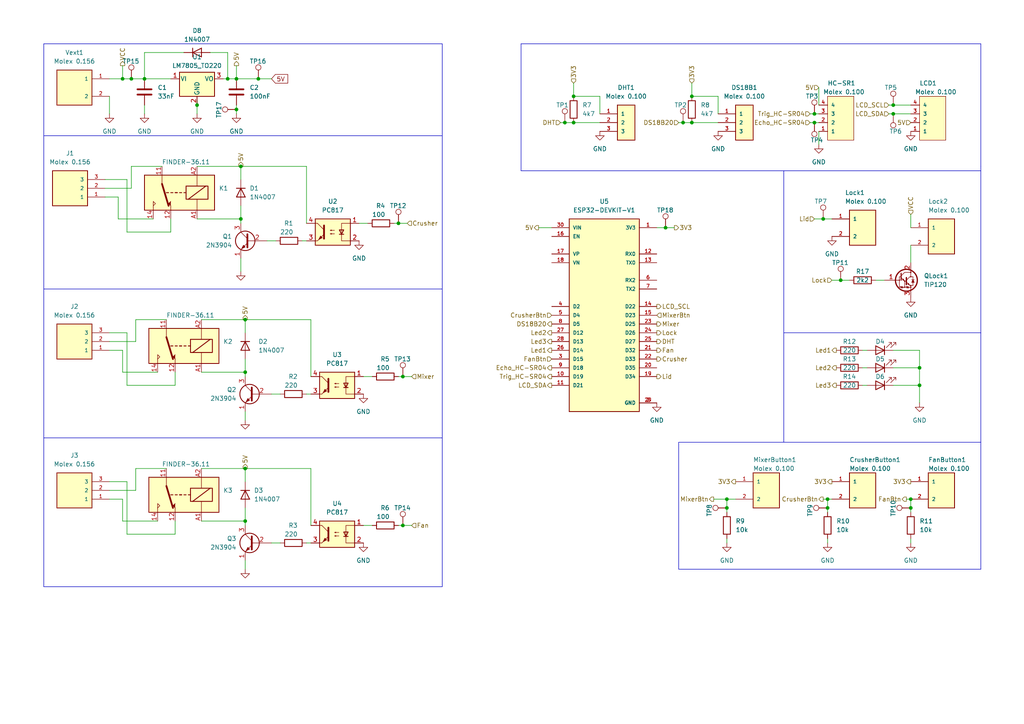
<source format=kicad_sch>
(kicad_sch (version 20230121) (generator eeschema)
  (paper "A4")
  (junction (at 115.57 64.77))
  (junction (at 198.12 35.56))
  (junction (at 68.58 22.86))
  (junction (at 71.12 135.89))
  (junction (at 259.08 33.02))
  (junction (at 240.03 147.32))
  (junction (at 166.37 27.94))
  (junction (at 243.84 81.28))
  (junction (at 236.22 35.56))
  (junction (at 266.7 106.68))
  (junction (at 193.04 66.04))
  (junction (at 68.58 31.75))
  (junction (at 264.16 147.32))
  (junction (at 259.08 30.48))
  (junction (at 240.03 144.78))
  (junction (at 71.12 107.95))
  (junction (at 66.04 22.86))
  (junction (at 69.85 63.5))
  (junction (at 38.1 22.86))
  (junction (at 166.37 35.56))
  (junction (at 236.22 33.02))
  (junction (at 71.12 151.13))
  (junction (at 116.84 109.22))
  (junction (at 264.16 144.78))
  (junction (at 41.91 22.86))
  (junction (at 200.66 35.56))
  (junction (at 57.15 30.48))
  (junction (at 266.7 111.76))
  (junction (at 71.12 92.71))
  (junction (at 210.82 144.78))
  (junction (at 200.66 27.94))
  (junction (at 35.56 22.86))
  (junction (at 74.93 22.86))
  (junction (at 116.84 152.4))
  (junction (at 163.83 35.56))
  (junction (at 238.76 63.5))
  (junction (at 210.82 147.32))
  (junction (at 69.85 48.26))
  (polyline (pts (xy 12.7 39.37) (xy 12.7 12.7)))
  (polyline (pts (xy 196.85 165.1) (xy 284.48 165.1)))
  (wire (pts (xy 41.91 15.24) (xy 41.91 22.86)))
  (wire (pts (xy 64.77 22.86) (xy 66.04 22.86)))
  (wire (pts (xy 166.37 24.13) (xy 166.37 27.94)))
  (wire (pts (xy 78.74 114.3) (xy 81.28 114.3)))
  (wire (pts (xy 31.75 22.86) (xy 35.56 22.86)))
  (wire (pts (xy 266.7 101.6) (xy 266.7 106.68)))
  (wire (pts (xy 115.57 64.77) (xy 118.11 64.77)))
  (polyline (pts (xy 128.27 170.18) (xy 128.27 127)))
  (wire (pts (xy 266.7 106.68) (xy 266.7 111.76)))
  (wire (pts (xy 30.48 57.15) (xy 34.29 57.15)))
  (wire (pts (xy 237.49 25.4) (xy 237.49 30.48)))
  (wire (pts (xy 236.22 63.5) (xy 238.76 63.5)))
  (wire (pts (xy 57.15 30.48) (xy 57.15 33.02)))
  (wire (pts (xy 30.48 52.07) (xy 36.83 52.07)))
  (wire (pts (xy 38.1 22.86) (xy 41.91 22.86)))
  (wire (pts (xy 241.3 81.28) (xy 243.84 81.28)))
  (wire (pts (xy 31.75 96.52) (xy 36.83 96.52)))
  (wire (pts (xy 250.19 111.76) (xy 251.46 111.76)))
  (wire (pts (xy 39.37 135.89) (xy 39.37 142.24)))
  (wire (pts (xy 34.29 57.15) (xy 34.29 63.5)))
  (wire (pts (xy 254 81.28) (xy 256.54 81.28)))
  (wire (pts (xy 36.83 111.76) (xy 50.8 111.76)))
  (wire (pts (xy 68.58 19.05) (xy 68.58 22.86)))
  (wire (pts (xy 66.04 15.24) (xy 66.04 22.86)))
  (wire (pts (xy 264.16 157.48) (xy 264.16 156.21)))
  (wire (pts (xy 210.82 144.78) (xy 210.82 147.32)))
  (wire (pts (xy 259.08 106.68) (xy 266.7 106.68)))
  (wire (pts (xy 39.37 142.24) (xy 31.75 142.24)))
  (wire (pts (xy 200.66 35.56) (xy 208.28 35.56)))
  (wire (pts (xy 41.91 22.86) (xy 49.53 22.86)))
  (wire (pts (xy 39.37 92.71) (xy 39.37 99.06)))
  (wire (pts (xy 207.01 144.78) (xy 210.82 144.78)))
  (wire (pts (xy 31.75 27.94) (xy 31.75 33.02)))
  (wire (pts (xy 46.99 48.26) (xy 38.1 48.26)))
  (wire (pts (xy 163.83 35.56) (xy 166.37 35.56)))
  (wire (pts (xy 234.95 35.56) (xy 236.22 35.56)))
  (wire (pts (xy 162.56 35.56) (xy 163.83 35.56)))
  (wire (pts (xy 257.81 30.48) (xy 259.08 30.48)))
  (wire (pts (xy 44.45 63.5) (xy 34.29 63.5)))
  (polyline (pts (xy 12.7 39.37) (xy 128.27 39.37)))
  (wire (pts (xy 156.21 66.04) (xy 160.02 66.04)))
  (wire (pts (xy 71.12 92.71) (xy 71.12 96.52)))
  (wire (pts (xy 68.58 31.75) (xy 68.58 33.02)))
  (polyline (pts (xy 12.7 170.18) (xy 128.27 170.18)))
  (wire (pts (xy 236.22 33.02) (xy 237.49 33.02)))
  (polyline (pts (xy 128.27 12.7) (xy 128.27 39.37)))
  (wire (pts (xy 237.49 41.91) (xy 237.49 38.1)))
  (polyline (pts (xy 151.13 12.7) (xy 284.48 12.7)))
  (wire (pts (xy 238.76 63.5) (xy 241.3 63.5)))
  (wire (pts (xy 208.28 27.94) (xy 200.66 27.94)))
  (wire (pts (xy 50.8 151.13) (xy 50.8 154.94)))
  (wire (pts (xy 50.8 154.94) (xy 36.83 154.94)))
  (wire (pts (xy 71.12 165.1) (xy 71.12 162.56)))
  (polyline (pts (xy 283.21 128.27) (xy 196.85 128.27)))
  (wire (pts (xy 88.9 48.26) (xy 88.9 64.77)))
  (wire (pts (xy 38.1 54.61) (xy 30.48 54.61)))
  (wire (pts (xy 31.75 139.7) (xy 36.83 139.7)))
  (wire (pts (xy 71.12 151.13) (xy 71.12 152.4)))
  (polyline (pts (xy 227.33 49.53) (xy 227.33 96.52)))
  (wire (pts (xy 58.42 135.89) (xy 71.12 135.89)))
  (wire (pts (xy 71.12 107.95) (xy 71.12 109.22)))
  (wire (pts (xy 49.53 67.31) (xy 36.83 67.31)))
  (wire (pts (xy 198.12 35.56) (xy 200.66 35.56)))
  (wire (pts (xy 35.56 101.6) (xy 31.75 101.6)))
  (wire (pts (xy 257.81 33.02) (xy 259.08 33.02)))
  (polyline (pts (xy 227.33 96.52) (xy 227.33 128.27)))
  (wire (pts (xy 71.12 135.89) (xy 90.17 135.89)))
  (polyline (pts (xy 128.27 127) (xy 128.27 83.82)))
  (wire (pts (xy 68.58 30.48) (xy 68.58 31.75)))
  (wire (pts (xy 264.16 62.23) (xy 264.16 66.04)))
  (wire (pts (xy 240.03 144.78) (xy 241.3 144.78)))
  (wire (pts (xy 57.15 29.21) (xy 57.15 30.48)))
  (wire (pts (xy 105.41 152.4) (xy 107.95 152.4)))
  (polyline (pts (xy 12.7 39.37) (xy 12.7 83.82)))
  (wire (pts (xy 53.34 15.24) (xy 41.91 15.24)))
  (wire (pts (xy 68.58 22.86) (xy 74.93 22.86)))
  (wire (pts (xy 58.42 151.13) (xy 71.12 151.13)))
  (wire (pts (xy 262.89 144.78) (xy 264.16 144.78)))
  (wire (pts (xy 48.26 135.89) (xy 39.37 135.89)))
  (wire (pts (xy 48.26 92.71) (xy 39.37 92.71)))
  (wire (pts (xy 166.37 35.56) (xy 173.99 35.56)))
  (polyline (pts (xy 12.7 127) (xy 128.27 127)))
  (wire (pts (xy 259.08 111.76) (xy 266.7 111.76)))
  (polyline (pts (xy 12.7 83.82) (xy 12.7 127)))
  (wire (pts (xy 259.08 33.02) (xy 264.16 33.02)))
  (wire (pts (xy 35.56 144.78) (xy 31.75 144.78)))
  (wire (pts (xy 35.56 151.13) (xy 35.56 144.78)))
  (wire (pts (xy 66.04 22.86) (xy 68.58 22.86)))
  (polyline (pts (xy 284.48 165.1) (xy 284.48 128.27)))
  (wire (pts (xy 173.99 33.02) (xy 173.99 27.94)))
  (polyline (pts (xy 284.48 49.53) (xy 151.13 49.53)))
  (wire (pts (xy 80.01 69.85) (xy 77.47 69.85)))
  (wire (pts (xy 193.04 66.04) (xy 190.5 66.04)))
  (wire (pts (xy 88.9 157.48) (xy 90.17 157.48)))
  (wire (pts (xy 88.9 114.3) (xy 90.17 114.3)))
  (wire (pts (xy 196.85 35.56) (xy 198.12 35.56)))
  (wire (pts (xy 116.84 152.4) (xy 119.38 152.4)))
  (wire (pts (xy 36.83 96.52) (xy 36.83 111.76)))
  (wire (pts (xy 264.16 71.12) (xy 264.16 76.2)))
  (wire (pts (xy 36.83 154.94) (xy 36.83 139.7)))
  (wire (pts (xy 36.83 52.07) (xy 36.83 67.31)))
  (wire (pts (xy 39.37 99.06) (xy 31.75 99.06)))
  (wire (pts (xy 173.99 27.94) (xy 166.37 27.94)))
  (wire (pts (xy 35.56 107.95) (xy 35.56 101.6)))
  (wire (pts (xy 58.42 107.95) (xy 71.12 107.95)))
  (wire (pts (xy 250.19 106.68) (xy 251.46 106.68)))
  (wire (pts (xy 71.12 104.14) (xy 71.12 107.95)))
  (wire (pts (xy 41.91 30.48) (xy 41.91 33.02)))
  (wire (pts (xy 264.16 144.78) (xy 264.16 147.32)))
  (wire (pts (xy 87.63 69.85) (xy 88.9 69.85)))
  (polyline (pts (xy 128.27 83.82) (xy 12.7 83.82)))
  (wire (pts (xy 45.72 107.95) (xy 35.56 107.95)))
  (polyline (pts (xy 12.7 12.7) (xy 128.27 12.7)))
  (wire (pts (xy 236.22 35.56) (xy 237.49 35.56)))
  (polyline (pts (xy 284.48 96.52) (xy 284.48 128.27)))
  (wire (pts (xy 60.96 15.24) (xy 66.04 15.24)))
  (wire (pts (xy 35.56 22.86) (xy 38.1 22.86)))
  (wire (pts (xy 78.74 157.48) (xy 81.28 157.48)))
  (wire (pts (xy 264.16 147.32) (xy 264.16 148.59)))
  (wire (pts (xy 195.58 66.04) (xy 193.04 66.04)))
  (wire (pts (xy 35.56 19.05) (xy 35.56 22.86)))
  (wire (pts (xy 45.72 151.13) (xy 35.56 151.13)))
  (polyline (pts (xy 151.13 12.7) (xy 151.13 49.53)))
  (wire (pts (xy 71.12 121.92) (xy 71.12 119.38)))
  (wire (pts (xy 259.08 101.6) (xy 266.7 101.6)))
  (wire (pts (xy 115.57 152.4) (xy 116.84 152.4)))
  (wire (pts (xy 210.82 144.78) (xy 213.36 144.78)))
  (wire (pts (xy 240.03 144.78) (xy 240.03 147.32)))
  (wire (pts (xy 243.84 81.28) (xy 246.38 81.28)))
  (polyline (pts (xy 196.85 128.27) (xy 196.85 165.1)))
  (wire (pts (xy 71.12 147.32) (xy 71.12 151.13)))
  (wire (pts (xy 57.15 63.5) (xy 69.85 63.5)))
  (polyline (pts (xy 12.7 127) (xy 12.7 170.18)))
  (polyline (pts (xy 283.21 128.27) (xy 284.48 128.27)))
  (wire (pts (xy 259.08 30.48) (xy 264.16 30.48)))
  (wire (pts (xy 74.93 22.86) (xy 78.74 22.86)))
  (wire (pts (xy 69.85 74.93) (xy 69.85 78.74)))
  (polyline (pts (xy 128.27 39.37) (xy 128.27 83.82)))
  (wire (pts (xy 234.95 33.02) (xy 236.22 33.02)))
  (wire (pts (xy 210.82 157.48) (xy 210.82 156.21)))
  (wire (pts (xy 71.12 92.71) (xy 90.17 92.71)))
  (wire (pts (xy 57.15 48.26) (xy 69.85 48.26)))
  (wire (pts (xy 69.85 59.69) (xy 69.85 63.5)))
  (wire (pts (xy 250.19 101.6) (xy 251.46 101.6)))
  (wire (pts (xy 208.28 33.02) (xy 208.28 27.94)))
  (polyline (pts (xy 284.48 12.7) (xy 284.48 48.26)))
  (wire (pts (xy 69.85 48.26) (xy 88.9 48.26)))
  (polyline (pts (xy 227.33 96.52) (xy 284.48 96.52)))
  (wire (pts (xy 50.8 107.95) (xy 50.8 111.76)))
  (wire (pts (xy 105.41 109.22) (xy 107.95 109.22)))
  (wire (pts (xy 69.85 48.26) (xy 69.85 52.07)))
  (wire (pts (xy 49.53 63.5) (xy 49.53 67.31)))
  (wire (pts (xy 116.84 109.22) (xy 119.38 109.22)))
  (wire (pts (xy 240.03 147.32) (xy 240.03 148.59)))
  (wire (pts (xy 90.17 135.89) (xy 90.17 152.4)))
  (wire (pts (xy 38.1 48.26) (xy 38.1 54.61)))
  (wire (pts (xy 69.85 63.5) (xy 69.85 64.77)))
  (wire (pts (xy 90.17 92.71) (xy 90.17 109.22)))
  (wire (pts (xy 115.57 109.22) (xy 116.84 109.22)))
  (wire (pts (xy 200.66 24.13) (xy 200.66 27.94)))
  (polyline (pts (xy 284.48 96.52) (xy 284.48 48.26)))
  (polyline (pts (xy 284.48 165.1) (xy 284.48 165.1)))
  (wire (pts (xy 71.12 135.89) (xy 71.12 139.7)))
  (wire (pts (xy 104.14 64.77) (xy 106.68 64.77)))
  (wire (pts (xy 240.03 157.48) (xy 240.03 156.21)))
  (wire (pts (xy 266.7 111.76) (xy 266.7 116.84)))
  (wire (pts (xy 58.42 92.71) (xy 71.12 92.71)))
  (wire (pts (xy 210.82 147.32) (xy 210.82 148.59)))
  (wire (pts (xy 238.76 144.78) (xy 240.03 144.78)))
  (wire (pts (xy 114.3 64.77) (xy 115.57 64.77)))
  (global_label "5V" (shape input) (at 78.74 22.86 0) (property "Intersheetrefs" "${INTERSHEET_REFS}" (effects hide)))
  (hierarchical_label "FanBtn" (shape output) (at 262.89 144.78 180))
  (hierarchical_label "DS18B20" (shape output) (at 160.02 93.98 180))
  (hierarchical_label "Led1" (shape output) (at 160.02 101.6 180))
  (hierarchical_label "DHT" (shape output) (at 190.5 99.06 0))
  (hierarchical_label "Led2" (shape output) (at 160.02 96.52 180))
  (hierarchical_label "MixerBtn" (shape output) (at 207.01 144.78 180))
  (hierarchical_label "Led2" (shape output) (at 242.57 106.68 180))
  (hierarchical_label "Led3" (shape output) (at 160.02 99.06 180))
  (hierarchical_label "Trig_HC-SR04" (shape output) (at 160.02 109.22 180))
  (hierarchical_label "5V" (shape input) (at 237.49 25.4 180))
  (hierarchical_label "3V3" (shape input) (at 200.66 24.13 90))
  (hierarchical_label "FanBtn" (shape input) (at 160.02 104.14 180))
  (hierarchical_label "Crusher" (shape input) (at 118.11 64.77 0))
  (hierarchical_label "Lid" (shape input) (at 236.22 63.5 180))
  (hierarchical_label "LCD_SCL" (shape input) (at 257.81 30.48 180))
  (hierarchical_label "Lock" (shape output) (at 190.5 96.52 0))
  (hierarchical_label "VCC" (shape input) (at 264.16 62.23 90))
  (hierarchical_label "MixerBtn" (shape input) (at 190.5 91.44 0))
  (hierarchical_label "3V3" (shape output) (at 213.36 139.7 180))
  (hierarchical_label "Led3" (shape output) (at 242.57 111.76 180))
  (hierarchical_label "3V3" (shape input) (at 166.37 24.13 90))
  (hierarchical_label "DHT" (shape input) (at 162.56 35.56 180))
  (hierarchical_label "Echo_HC-SR04" (shape output) (at 160.02 106.68 180))
  (hierarchical_label "5V" (shape input) (at 264.16 35.56 180))
  (hierarchical_label "LCD_SDA" (shape output) (at 160.02 111.76 180))
  (hierarchical_label "5V" (shape output) (at 69.85 48.26 90))
  (hierarchical_label "LCD_SCL" (shape output) (at 190.5 88.9 0))
  (hierarchical_label "3V3" (shape output) (at 195.58 66.04 0))
  (hierarchical_label "DS18B20" (shape input) (at 196.85 35.56 180))
  (hierarchical_label "5V" (shape output) (at 68.58 19.05 90))
  (hierarchical_label "Crusher" (shape output) (at 190.5 104.14 0))
  (hierarchical_label "3V3" (shape output) (at 264.16 139.7 180))
  (hierarchical_label "Trig_HC-SR04" (shape input) (at 234.95 33.02 180))
  (hierarchical_label "5V" (shape output) (at 71.12 135.89 90))
  (hierarchical_label "Led1" (shape output) (at 242.57 101.6 180))
  (hierarchical_label "CrusherBtn" (shape output) (at 238.76 144.78 180))
  (hierarchical_label "Lid" (shape output) (at 190.5 109.22 0))
  (hierarchical_label "VCC" (shape output) (at 35.56 19.05 90))
  (hierarchical_label "LCD_SDA" (shape input) (at 257.81 33.02 180))
  (hierarchical_label "CrusherBtn" (shape input) (at 160.02 91.44 180))
  (hierarchical_label "Fan" (shape output) (at 190.5 101.6 0))
  (hierarchical_label "Lock" (shape input) (at 241.3 81.28 180))
  (hierarchical_label "Mixer" (shape output) (at 190.5 93.98 0))
  (hierarchical_label "5V" (shape output) (at 71.12 92.71 90))
  (hierarchical_label "Fan" (shape input) (at 119.38 152.4 0))
  (hierarchical_label "Mixer" (shape input) (at 119.38 109.22 0))
  (hierarchical_label "3V3" (shape output) (at 241.3 139.7 180))
  (hierarchical_label "5V" (shape output) (at 156.21 66.04 180))
  (hierarchical_label "Echo_HC-SR04" (shape input) (at 234.95 35.56 180))
  (symbol (lib_id "Transistor_BJT:TIP120") (at 261.62 81.28 0) (unit 1)
    (property "Reference" "QLock1" (at 267.97 80.01 0) (effects (justify left)))
    (property "Value" "TIP120" (at 267.97 82.55 0) (effects (justify left)))
    (property "Footprint" "Package_TO_SOT_THT:TO-220-3_Vertical" (effects hide))
    (property "Datasheet" "https://www.onsemi.com/pub/Collateral/TIP120-D.PDF" (effects hide))
  )
  (symbol (lib_id "power:GND") (at 264.16 157.48 0) (unit 1)
    (property "Reference" "#PWR019" (effects hide))
    (property "Value" "GND" (at 264.16 162.56 0))
  )
  (symbol (lib_id "power:GND") (at 105.41 114.3 0) (unit 1)
    (property "Reference" "#PWR09" (effects hide))
    (property "Value" "GND" (at 105.41 119.38 0))
  )
  (symbol (lib_id "power:GND") (at 210.82 157.48 0) (unit 1)
    (property "Reference" "#PWR014" (effects hide))
    (property "Value" "GND" (at 210.82 162.56 0))
  )
  (symbol (lib_id "Transistor_BJT:2N3904") (at 73.66 114.3 0) (mirror y) (unit 1)
    (property "Reference" "Q2" (at 68.58 113.03 0) (effects (justify left)))
    (property "Value" "2N3904" (at 68.58 115.57 0) (effects (justify left)))
    (property "Footprint" "Package_TO_SOT_THT:TO-92_Inline" (effects hide))
    (property "Datasheet" "https://www.onsemi.com/pub/Collateral/2N3903-D.PDF" (effects hide))
  )
  (symbol (lib_id "Connector:TestPoint") (at 240.03 147.32 90) (unit 1)
    (property "Reference" "TP9" (at 234.95 149.86 0) (effects (justify left)))
    (property "Value" "TestPoint" (effects hide))
    (property "Footprint" "TestPoint:TestPoint_Pad_D2.0mm" (effects hide))
  )
  (symbol (lib_id "Connector:TestPoint") (at 238.76 63.5 0) (unit 1)
    (property "Reference" "TP7" (at 236.22 58.42 0) (effects (justify left)))
    (property "Value" "TestPoint" (effects hide))
    (property "Footprint" "TestPoint:TestPoint_Pad_D2.0mm" (effects hide))
  )
  (symbol (lib_id "Connector:TestPoint") (at 264.16 147.32 90) (unit 1)
    (property "Reference" "TP10" (at 259.08 149.86 0) (effects (justify left)))
    (property "Value" "TestPoint" (effects hide))
    (property "Footprint" "TestPoint:TestPoint_Pad_D2.0mm" (effects hide))
  )
  (symbol (lib_id "Device:R") (at 85.09 114.3 270) (unit 1)
    (property "Reference" "R2" (at 86.36 109.22 90) (effects (justify right)))
    (property "Value" "220" (at 86.36 111.76 90) (effects (justify right)))
    (property "Footprint" "Resistor_THT:R_Axial_DIN0309_L9.0mm_D3.2mm_P12.70mm_Horizontal" (effects hide))
  )
  (symbol (lib_id "Connector:TestPoint") (at 163.83 35.56 0) (unit 1)
    (property "Reference" "TP1" (at 161.29 30.48 0) (effects (justify left)))
    (property "Value" "TestPoint" (effects hide))
    (property "Footprint" "TestPoint:TestPoint_Pad_D2.0mm" (effects hide))
  )
  (symbol (lib_id "power:GND") (at 173.99 38.1 0) (unit 1)
    (property "Reference" "#PWR011" (effects hide))
    (property "Value" "GND" (at 173.99 43.18 0))
  )
  (symbol (lib_id "Connector:TestPoint") (at 115.57 64.77 0) (unit 1)
    (property "Reference" "TP12" (at 113.03 59.69 0) (effects (justify left)))
    (property "Value" "TestPoint" (effects hide))
    (property "Footprint" "TestPoint:TestPoint_Pad_D2.0mm" (effects hide))
  )
  (symbol (lib_id "Conectores_Molex:Molex_100_3pines") (at 215.9 35.56 0) (mirror y) (unit 1)
    (property "Reference" "DS18B1" (at 215.9 25.4 0))
    (property "Value" "Molex 0.100" (at 215.9 27.94 0))
    (property "Footprint" "Conectores_Molex:Molex_100_3pines" (effects hide))
    (property "DigiKey_Part_Number" "WM4112-ND" (effects hide))
    (property "MF" "Molex" (effects hide))
    (property "Purchase-URL" "https://www.snapeda.com/api/url_track_click_mouser/?unipart_id=613100&manufacturer=Molex&part_name=0022272031&search_term=connector header through hole 3 position 0.100\"" (effects hide))
    (property "Package" "None" (effects hide))
    (property "Check_prices" "https://www.snapeda.com/parts/0022272031/Molex/view-part/?ref=eda" (effects hide))
    (property "STANDARD" "MANUFACTURER RECOMMENDATION" (effects hide))
    (property "PARTREV" "BC1" (effects hide))
    (property "SnapEDA_Link" "https://www.snapeda.com/parts/0022272031/Molex/view-part/?ref=snap" (effects hide))
    (property "MP" "0022272031" (effects hide))
    (property "Description" "\nConnector Header Through Hole 3 position 0.100 (2.54mm)\n" (effects hide))
    (property "MANUFACTURER" "MOLEX, LLC" (effects hide))
  )
  (symbol (lib_id "Device:R") (at 85.09 157.48 270) (unit 1)
    (property "Reference" "R3" (at 86.36 152.4 90) (effects (justify right)))
    (property "Value" "220" (at 86.36 154.94 90) (effects (justify right)))
    (property "Footprint" "Resistor_THT:R_Axial_DIN0309_L9.0mm_D3.2mm_P12.70mm_Horizontal" (effects hide))
  )
  (symbol (lib_id "Connector:TestPoint") (at 236.22 33.02 0) (unit 1)
    (property "Reference" "TP3" (at 233.68 27.94 0) (effects (justify left)))
    (property "Value" "TestPoint" (effects hide))
    (property "Footprint" "TestPoint:TestPoint_Pad_D2.0mm" (effects hide))
  )
  (symbol (lib_id "Device:R") (at 200.66 31.75 0) (unit 1)
    (property "Reference" "R8" (at 203.2 30.48 0) (effects (justify left)))
    (property "Value" "4k7" (at 203.2 33.02 0) (effects (justify left)))
    (property "Footprint" "Resistor_THT:R_Axial_DIN0309_L9.0mm_D3.2mm_P12.70mm_Horizontal" (effects hide))
  )
  (symbol (lib_id "Device:R") (at 246.38 106.68 270) (unit 1)
    (property "Reference" "R13" (at 246.38 104.14 90))
    (property "Value" "220" (at 246.38 106.68 90))
    (property "Footprint" "Resistor_THT:R_Axial_DIN0309_L9.0mm_D3.2mm_P12.70mm_Horizontal" (effects hide))
  )
  (symbol (lib_id "Connector:TestPoint") (at 236.22 35.56 180) (unit 1)
    (property "Reference" "TP4" (at 238.76 40.64 0) (effects (justify left)))
    (property "Value" "TestPoint" (effects hide))
    (property "Footprint" "TestPoint:TestPoint_Pad_D2.0mm" (effects hide))
  )
  (symbol (lib_id "Diode:1N4007") (at 71.12 100.33 270) (unit 1)
    (property "Reference" "D2" (at 74.93 99.06 90) (effects (justify left)))
    (property "Value" "1N4007" (at 74.93 101.6 90) (effects (justify left)))
    (property "Footprint" "Diode_THT:D_DO-41_SOD81_P10.16mm_Horizontal" (effects hide))
    (property "Datasheet" "http://www.vishay.com/docs/88503/1n4001.pdf" (effects hide))
    (property "Sim.Device" "D" (effects hide))
    (property "Sim.Pins" "1=K 2=A" (effects hide))
  )
  (symbol (lib_id "Connector:TestPoint") (at 38.1 22.86 0) (unit 1)
    (property "Reference" "TP15" (at 35.56 17.78 0) (effects (justify left)))
    (property "Value" "TestPoint" (effects hide))
    (property "Footprint" "TestPoint:TestPoint_Pad_D2.0mm" (effects hide))
  )
  (symbol (lib_id "Connector:TestPoint") (at 259.08 33.02 180) (unit 1)
    (property "Reference" "TP6" (at 261.62 38.1 0) (effects (justify left)))
    (property "Value" "TestPoint" (effects hide))
    (property "Footprint" "TestPoint:TestPoint_Pad_D2.0mm" (effects hide))
  )
  (symbol (lib_id "power:GND") (at 190.5 116.84 0) (unit 1)
    (property "Reference" "#PWR012" (effects hide))
    (property "Value" "GND" (at 190.5 121.92 0))
  )
  (symbol (lib_id "Connector:TestPoint") (at 193.04 66.04 0) (unit 1)
    (property "Reference" "TP18" (at 190.5 60.96 0) (effects (justify left)))
    (property "Value" "TestPoint" (effects hide))
    (property "Footprint" "TestPoint:TestPoint_Pad_D2.0mm" (effects hide))
  )
  (symbol (lib_id "Connector:TestPoint") (at 116.84 152.4 0) (unit 1)
    (property "Reference" "TP14" (at 114.3 147.32 0) (effects (justify left)))
    (property "Value" "TestPoint" (effects hide))
    (property "Footprint" "TestPoint:TestPoint_Pad_D2.0mm" (effects hide))
  )
  (symbol (lib_id "Conectores_Molex:Molex_100_4pines") (at 242.57 35.56 0) (mirror x) (unit 1)
    (property "Reference" "HC-SR1" (at 240.03 24.13 0) (effects (justify left)))
    (property "Value" "Molex 0.100" (at 238.76 26.67 0) (effects (justify left)))
    (property "Footprint" "Conectores_Molex:Molex_100_4pines" (effects hide))
    (property "MF" "Molex" (effects hide))
    (property "Description" "\n4 Position Header Spacer Connector 0.100 (2.54mm) Gold, GXT™ Through Hole\n" (effects hide))
    (property "Package" "None" (effects hide))
    (property "Price" "None" (effects hide))
    (property "Check_prices" "https://www.snapeda.com/parts/22-11-2042/Molex/view-part/?ref=eda" (effects hide))
    (property "STANDARD" "Manufacturer Recommendation" (effects hide))
    (property "PARTREV" "BD7" (effects hide))
    (property "SnapEDA_Link" "https://www.snapeda.com/parts/22-11-2042/Molex/view-part/?ref=snap" (effects hide))
    (property "MP" "22-11-2042" (effects hide))
    (property "Availability" "In Stock" (effects hide))
    (property "MANUFACTURER" "MOLEX" (effects hide))
  )
  (symbol (lib_id "Relay:FINDER-36.11") (at 52.07 55.88 180) (unit 1)
    (property "Reference" "K1" (at 63.5 54.61 0) (effects (justify right)))
    (property "Value" "FINDER-36.11" (at 46.99 46.99 0) (effects (justify right)))
    (property "Footprint" "Relay_THT:Relay_SPDT_Finder_36.11" (effects hide))
    (property "Datasheet" "https://gfinder.findernet.com/public/attachments/36/EN/S36EN.pdf" (effects hide))
  )
  (symbol (lib_id "Device:R") (at 83.82 69.85 270) (unit 1)
    (property "Reference" "R1" (at 85.09 64.77 90) (effects (justify right)))
    (property "Value" "220" (at 85.09 67.31 90) (effects (justify right)))
    (property "Footprint" "Resistor_THT:R_Axial_DIN0309_L9.0mm_D3.2mm_P12.70mm_Horizontal" (effects hide))
  )
  (symbol (lib_id "Device:R") (at 111.76 152.4 270) (unit 1)
    (property "Reference" "R6" (at 113.03 147.32 90) (effects (justify right)))
    (property "Value" "100" (at 113.03 149.86 90) (effects (justify right)))
    (property "Footprint" "Resistor_THT:R_Axial_DIN0309_L9.0mm_D3.2mm_P12.70mm_Horizontal" (effects hide))
  )
  (symbol (lib_id "Connector:TestPoint") (at 243.84 81.28 0) (unit 1)
    (property "Reference" "TP11" (at 241.3 76.2 0) (effects (justify left)))
    (property "Value" "TestPoint" (effects hide))
    (property "Footprint" "TestPoint:TestPoint_Pad_D2.0mm" (effects hide))
  )
  (symbol (lib_id "Isolator:PC817") (at 97.79 154.94 0) (mirror y) (unit 1)
    (property "Reference" "U4" (at 97.79 146.05 0))
    (property "Value" "PC817" (at 97.79 148.59 0))
    (property "Footprint" "Package_DIP:DIP-4_W7.62mm" (effects hide))
    (property "Datasheet" "http://www.soselectronic.cz/a_info/resource/d/pc817.pdf" (effects hide))
  )
  (symbol (lib_id "Conectores_Molex:Molex_100_2pines") (at 218.44 142.24 0) (unit 1)
    (property "Reference" "MixerButton1" (at 218.44 133.35 0) (effects (justify left)))
    (property "Value" "Molex 0.100" (at 218.44 135.89 0) (effects (justify left)))
    (property "Footprint" "Conectores_Molex:Molex_100_2pines" (effects hide))
    (property "MF" "Molex" (effects hide))
    (property "Description" "\nConnector Header Through Hole 2 position 0.100 (2.54mm)\n" (effects hide))
    (property "Package" "None" (effects hide))
    (property "Price" "None" (effects hide))
    (property "Check_prices" "https://www.snapeda.com/parts/0022272021/Molex/view-part/?ref=eda" (effects hide))
    (property "SnapEDA_Link" "https://www.snapeda.com/parts/0022272021/Molex/view-part/?ref=snap" (effects hide))
    (property "MP" "0022272021" (effects hide))
    (property "Purchase-URL" "https://www.snapeda.com/api/url_track_click_mouser/?unipart_id=424357&manufacturer=Molex&part_name=0022272021&search_term=molex connector header through hole 2 position 0.100\"" (effects hide))
    (property "Availability" "In Stock" (effects hide))
    (property "MANUFACTURER" "Molex" (effects hide))
  )
  (symbol (lib_id "Device:R") (at 264.16 152.4 180) (unit 1)
    (property "Reference" "R11" (at 266.7 151.13 0) (effects (justify right)))
    (property "Value" "10k" (at 266.7 153.67 0) (effects (justify right)))
    (property "Footprint" "Resistor_THT:R_Axial_DIN0309_L9.0mm_D3.2mm_P12.70mm_Horizontal" (effects hide))
  )
  (symbol (lib_id "Regulator_Linear:LM7805_TO220") (at 57.15 22.86 0) (unit 1)
    (property "Reference" "U1" (at 57.15 16.51 0))
    (property "Value" "LM7805_TO220" (at 57.15 19.05 0))
    (property "Footprint" "Package_TO_SOT_THT:TO-220-3_Vertical" (effects hide))
    (property "Datasheet" "https://www.onsemi.cn/PowerSolutions/document/MC7800-D.PDF" (effects hide))
  )
  (symbol (lib_id "power:GND") (at 69.85 78.74 0) (unit 1)
    (property "Reference" "#PWR05" (effects hide))
    (property "Value" "GND" (effects hide))
  )
  (symbol (lib_id "Device:C") (at 68.58 26.67 0) (unit 1)
    (property "Reference" "C2" (at 72.39 25.4 0) (effects (justify left)))
    (property "Value" "100nF" (at 72.39 27.94 0) (effects (justify left)))
    (property "Footprint" "Capacitor_THT:C_Radial_D8.0mm_H7.0mm_P3.50mm" (effects hide))
  )
  (symbol (lib_id "Device:R") (at 250.19 81.28 270) (unit 1)
    (property "Reference" "R17" (at 250.19 78.74 90))
    (property "Value" "2k2" (at 250.19 81.28 90))
    (property "Footprint" "Resistor_THT:R_Axial_DIN0309_L9.0mm_D3.2mm_P12.70mm_Horizontal" (effects hide))
  )
  (symbol (lib_id "Transistor_BJT:2N3904") (at 73.66 157.48 0) (mirror y) (unit 1)
    (property "Reference" "Q3" (at 68.58 156.21 0) (effects (justify left)))
    (property "Value" "2N3904" (at 68.58 158.75 0) (effects (justify left)))
    (property "Footprint" "Package_TO_SOT_THT:TO-92_Inline" (effects hide))
    (property "Datasheet" "https://www.onsemi.com/pub/Collateral/2N3903-D.PDF" (effects hide))
  )
  (symbol (lib_id "Conectores_Molex:Molex_156_3pines") (at 20.32 54.61 180) (unit 1)
    (property "Reference" "J1" (at 20.32 44.45 0))
    (property "Value" "Molex 0.156" (at 20.32 46.99 0))
    (property "Footprint" "Conectores_Molex:Molex_156_3pines" (effects hide))
    (property "Check_prices" "https://www.snapeda.com/parts/641208-3/TE+Connectivity/view-part/?ref=eda" (effects hide))
    (property "Package" "None" (effects hide))
    (property "STANDARD" "Manufacturer Recommendations" (effects hide))
    (property "PARTREV" "R" (effects hide))
    (property "SnapEDA_Link" "https://www.snapeda.com/parts/641208-3/TE+Connectivity/view-part/?ref=snap" (effects hide))
    (property "Purchase-URL" "https://www.snapeda.com/api/url_track_click_mouser/?unipart_id=1332412&manufacturer=TE Connectivity&part_name=641208-3&search_term=connector header through hole 3 position 0.156\"" (effects hide))
    (property "Number_of_Positions" "3" (effects hide))
    (property "MANUFACTURER" "TE" (effects hide))
    (property "Comment" "641208-3" (effects hide))
    (property "MF" "TE Connectivity" (effects hide))
    (property "Product_Type" "Header" (effects hide))
    (property "Description" "\nConnector Header Through Hole 3 position 0.156 (3.96mm)\n" (effects hide))
    (property "Price" "None" (effects hide))
    (property "MP" "641208-3" (effects hide))
    (property "EU_RoHS_Compliance" "Not Compliant" (effects hide))
    (property "Availability" "In Stock" (effects hide))
    (property "Centerline_Pitch" "3.96 mm[.156 in]" (effects hide))
  )
  (symbol (lib_id "Isolator:PC817") (at 97.79 111.76 0) (mirror y) (unit 1)
    (property "Reference" "U3" (at 97.79 102.87 0))
    (property "Value" "PC817" (at 97.79 105.41 0))
    (property "Footprint" "Package_DIP:DIP-4_W7.62mm" (effects hide))
    (property "Datasheet" "http://www.soselectronic.cz/a_info/resource/d/pc817.pdf" (effects hide))
  )
  (symbol (lib_id "Device:C") (at 41.91 26.67 0) (unit 1)
    (property "Reference" "C1" (at 45.72 25.4 0) (effects (justify left)))
    (property "Value" "33nF" (at 45.72 27.94 0) (effects (justify left)))
    (property "Footprint" "Capacitor_THT:C_Radial_D8.0mm_H7.0mm_P3.50mm" (effects hide))
  )
  (symbol (lib_id "Diode:1N4007") (at 69.85 55.88 270) (unit 1)
    (property "Reference" "D1" (at 72.39 54.61 90) (effects (justify left)))
    (property "Value" "1N4007" (at 72.39 57.15 90) (effects (justify left)))
    (property "Footprint" "Diode_THT:D_DO-41_SOD81_P10.16mm_Horizontal" (effects hide))
    (property "Datasheet" "http://www.vishay.com/docs/88503/1n4001.pdf" (effects hide))
    (property "Sim.Device" "D" (effects hide))
    (property "Sim.Pins" "1=K 2=A" (effects hide))
  )
  (symbol (lib_id "power:GND") (at 104.14 69.85 0) (unit 1)
    (property "Reference" "#PWR08" (effects hide))
    (property "Value" "GND" (at 104.14 74.93 0))
  )
  (symbol (lib_id "power:GND") (at 266.7 116.84 0) (unit 1)
    (property "Reference" "#PWR021" (effects hide))
    (property "Value" "GND" (at 266.7 121.92 0))
  )
  (symbol (lib_id "Device:R") (at 166.37 31.75 0) (unit 1)
    (property "Reference" "R7" (at 168.91 30.48 0) (effects (justify left)))
    (property "Value" "4k7" (at 168.91 33.02 0) (effects (justify left)))
    (property "Footprint" "Resistor_THT:R_Axial_DIN0309_L9.0mm_D3.2mm_P12.70mm_Horizontal" (effects hide))
  )
  (symbol (lib_id "Conectores_Molex:Molex_156_2pines") (at 21.59 25.4 0) (unit 1)
    (property "Reference" "Vext1" (at 21.59 15.24 0))
    (property "Value" "Molex 0.156" (at 21.59 17.78 0))
    (property "Footprint" "Conectores_Molex:Molex_156_2pines" (effects hide))
    (property "MF" "Molex" (effects hide))
    (property "Description" "\nConnector Header Through Hole 2 position 0.156 (3.96mm)\n" (effects hide))
    (property "Package" "None" (effects hide))
    (property "Price" "None" (effects hide))
    (property "Check_prices" "https://www.snapeda.com/parts/0026604020/Molex/view-part/?ref=eda" (effects hide))
    (property "STANDARD" "Manufacturer Recommendation" (effects hide))
    (property "PARTREV" "R" (effects hide))
    (property "SnapEDA_Link" "https://www.snapeda.com/parts/0026604020/Molex/view-part/?ref=snap" (effects hide))
    (property "MP" "0026604020" (effects hide))
    (property "Purchase-URL" "https://www.snapeda.com/api/url_track_click_mouser/?unipart_id=702716&manufacturer=Molex&part_name=0026604020&search_term=connector header through hole 2 position 0.156\"" (effects hide))
    (property "Availability" "In Stock" (effects hide))
    (property "MANUFACTURER" "MOLEX" (effects hide))
  )
  (symbol (lib_id "Device:LED") (at 255.27 101.6 180) (unit 1)
    (property "Reference" "D4" (at 255.27 99.06 0))
    (property "Value" "LED" (effects hide))
    (property "Footprint" "LED_THT:LED_D5.0mm" (effects hide))
  )
  (symbol (lib_id "power:GND") (at 41.91 33.02 0) (unit 1)
    (property "Reference" "#PWR02" (effects hide))
    (property "Value" "GND" (at 41.91 38.1 0))
  )
  (symbol (lib_id "Device:LED") (at 255.27 111.76 180) (unit 1)
    (property "Reference" "D6" (at 255.27 109.22 0))
    (property "Value" "LED" (effects hide))
    (property "Footprint" "LED_THT:LED_D5.0mm" (effects hide))
  )
  (symbol (lib_id "Connector:TestPoint") (at 259.08 30.48 0) (unit 1)
    (property "Reference" "TP5" (at 256.54 25.4 0) (effects (justify left)))
    (property "Value" "TestPoint" (effects hide))
    (property "Footprint" "TestPoint:TestPoint_Pad_D2.0mm" (effects hide))
  )
  (symbol (lib_id "power:GND") (at 264.16 86.36 0) (unit 1)
    (property "Reference" "#PWR020" (effects hide))
    (property "Value" "GND" (at 264.16 91.44 0))
  )
  (symbol (lib_id "Conectores_Molex:Molex_100_2pines") (at 269.24 68.58 0) (unit 1)
    (property "Reference" "Lock2" (at 269.24 58.42 0) (effects (justify left)))
    (property "Value" "Molex 0.100" (at 269.24 60.96 0) (effects (justify left)))
    (property "Footprint" "Conectores_Molex:Molex_100_2pines" (effects hide))
    (property "MF" "Molex" (effects hide))
    (property "Description" "\nConnector Header Through Hole 2 position 0.100 (2.54mm)\n" (effects hide))
    (property "Package" "None" (effects hide))
    (property "Price" "None" (effects hide))
    (property "Check_prices" "https://www.snapeda.com/parts/0022272021/Molex/view-part/?ref=eda" (effects hide))
    (property "SnapEDA_Link" "https://www.snapeda.com/parts/0022272021/Molex/view-part/?ref=snap" (effects hide))
    (property "MP" "0022272021" (effects hide))
    (property "Purchase-URL" "https://www.snapeda.com/api/url_track_click_mouser/?unipart_id=424357&manufacturer=Molex&part_name=0022272021&search_term=molex connector header through hole 2 position 0.100\"" (effects hide))
    (property "Availability" "In Stock" (effects hide))
    (property "MANUFACTURER" "Molex" (effects hide))
  )
  (symbol (lib_id "Relay:FINDER-36.11") (at 53.34 143.51 180) (unit 1)
    (property "Reference" "K3" (at 64.77 142.24 0) (effects (justify right)))
    (property "Value" "FINDER-36.11" (at 46.99 134.62 0) (effects (justify right)))
    (property "Footprint" "Relay_THT:Relay_SPDT_Finder_36.11" (effects hide))
    (property "Datasheet" "https://gfinder.findernet.com/public/attachments/36/EN/S36EN.pdf" (effects hide))
  )
  (symbol (lib_id "Diode:1N4007") (at 57.15 15.24 0) (unit 1)
    (property "Reference" "D8" (at 57.15 8.89 0))
    (property "Value" "1N4007" (at 57.15 11.43 0))
    (property "Footprint" "Diode_THT:D_DO-41_SOD81_P10.16mm_Horizontal" (effects hide))
    (property "Datasheet" "http://www.vishay.com/docs/88503/1n4001.pdf" (effects hide))
    (property "Sim.Device" "D" (effects hide))
    (property "Sim.Pins" "1=K 2=A" (effects hide))
  )
  (symbol (lib_id "Diode:1N4007") (at 71.12 143.51 270) (unit 1)
    (property "Reference" "D3" (at 73.66 142.24 90) (effects (justify left)))
    (property "Value" "1N4007" (at 73.66 144.78 90) (effects (justify left)))
    (property "Footprint" "Diode_THT:D_DO-41_SOD81_P10.16mm_Horizontal" (effects hide))
    (property "Datasheet" "http://www.vishay.com/docs/88503/1n4001.pdf" (effects hide))
    (property "Sim.Device" "D" (effects hide))
    (property "Sim.Pins" "1=K 2=A" (effects hide))
  )
  (symbol (lib_id "power:GND") (at 240.03 157.48 0) (unit 1)
    (property "Reference" "#PWR016" (effects hide))
    (property "Value" "GND" (at 240.03 162.56 0))
  )
  (symbol (lib_id "Conectores_Molex:Molex_100_3pines") (at 181.61 35.56 0) (mirror y) (unit 1)
    (property "Reference" "DHT1" (at 181.61 25.4 0))
    (property "Value" "Molex 0.100" (at 181.61 27.94 0))
    (property "Footprint" "Conectores_Molex:Molex_100_3pines" (effects hide))
    (property "DigiKey_Part_Number" "WM4112-ND" (effects hide))
    (property "MF" "Molex" (effects hide))
    (property "Purchase-URL" "https://www.snapeda.com/api/url_track_click_mouser/?unipart_id=613100&manufacturer=Molex&part_name=0022272031&search_term=connector header through hole 3 position 0.100\"" (effects hide))
    (property "Package" "None" (effects hide))
    (property "Check_prices" "https://www.snapeda.com/parts/0022272031/Molex/view-part/?ref=eda" (effects hide))
    (property "STANDARD" "MANUFACTURER RECOMMENDATION" (effects hide))
    (property "PARTREV" "BC1" (effects hide))
    (property "SnapEDA_Link" "https://www.snapeda.com/parts/0022272031/Molex/view-part/?ref=snap" (effects hide))
    (property "MP" "0022272031" (effects hide))
    (property "Description" "\nConnector Header Through Hole 3 position 0.100 (2.54mm)\n" (effects hide))
    (property "MANUFACTURER" "MOLEX, LLC" (effects hide))
  )
  (symbol (lib_id "Connector:TestPoint") (at 198.12 35.56 0) (unit 1)
    (property "Reference" "TP2" (at 195.58 30.48 0) (effects (justify left)))
    (property "Value" "TestPoint" (effects hide))
    (property "Footprint" "TestPoint:TestPoint_Pad_D2.0mm" (effects hide))
  )
  (symbol (lib_id "power:GND") (at 208.28 38.1 0) (unit 1)
    (property "Reference" "#PWR013" (effects hide))
    (property "Value" "GND" (at 208.28 43.18 0))
  )
  (symbol (lib_id "Conectores_Molex:Molex_100_2pines") (at 269.24 142.24 0) (unit 1)
    (property "Reference" "FanButton1" (at 269.24 133.35 0) (effects (justify left)))
    (property "Value" "Molex 0.100" (at 269.24 135.89 0) (effects (justify left)))
    (property "Footprint" "Conectores_Molex:Molex_100_2pines" (effects hide))
    (property "MF" "Molex" (effects hide))
    (property "Description" "\nConnector Header Through Hole 2 position 0.100 (2.54mm)\n" (effects hide))
    (property "Package" "None" (effects hide))
    (property "Price" "None" (effects hide))
    (property "Check_prices" "https://www.snapeda.com/parts/0022272021/Molex/view-part/?ref=eda" (effects hide))
    (property "SnapEDA_Link" "https://www.snapeda.com/parts/0022272021/Molex/view-part/?ref=snap" (effects hide))
    (property "MP" "0022272021" (effects hide))
    (property "Purchase-URL" "https://www.snapeda.com/api/url_track_click_mouser/?unipart_id=424357&manufacturer=Molex&part_name=0022272021&search_term=molex connector header through hole 2 position 0.100\"" (effects hide))
    (property "Availability" "In Stock" (effects hide))
    (property "MANUFACTURER" "Molex" (effects hide))
  )
  (symbol (lib_id "Connector:TestPoint") (at 116.84 109.22 0) (unit 1)
    (property "Reference" "TP13" (at 114.3 104.14 0) (effects (justify left)))
    (property "Value" "TestPoint" (effects hide))
    (property "Footprint" "TestPoint:TestPoint_Pad_D2.0mm" (effects hide))
  )
  (symbol (lib_id "Device:R") (at 246.38 111.76 270) (unit 1)
    (property "Reference" "R14" (at 246.38 109.22 90))
    (property "Value" "220" (at 246.38 111.76 90))
    (property "Footprint" "Resistor_THT:R_Axial_DIN0309_L9.0mm_D3.2mm_P12.70mm_Horizontal" (effects hide))
  )
  (symbol (lib_id "Relay:FINDER-36.11") (at 53.34 100.33 180) (unit 1)
    (property "Reference" "K2" (at 64.77 99.06 0) (effects (justify right)))
    (property "Value" "FINDER-36.11" (at 48.26 91.44 0) (effects (justify right)))
    (property "Footprint" "Relay_THT:Relay_SPDT_Finder_36.11" (effects hide))
    (property "Datasheet" "https://gfinder.findernet.com/public/attachments/36/EN/S36EN.pdf" (effects hide))
  )
  (symbol (lib_id "Conectores_Molex:Molex_156_3pines") (at 21.59 99.06 180) (unit 1)
    (property "Reference" "J2" (at 21.59 88.9 0))
    (property "Value" "Molex 0.156" (at 21.59 91.44 0))
    (property "Footprint" "Conectores_Molex:Molex_156_3pines" (effects hide))
    (property "Check_prices" "https://www.snapeda.com/parts/641208-3/TE+Connectivity/view-part/?ref=eda" (effects hide))
    (property "Package" "None" (effects hide))
    (property "STANDARD" "Manufacturer Recommendations" (effects hide))
    (property "PARTREV" "R" (effects hide))
    (property "SnapEDA_Link" "https://www.snapeda.com/parts/641208-3/TE+Connectivity/view-part/?ref=snap" (effects hide))
    (property "Purchase-URL" "https://www.snapeda.com/api/url_track_click_mouser/?unipart_id=1332412&manufacturer=TE Connectivity&part_name=641208-3&search_term=connector header through hole 3 position 0.156\"" (effects hide))
    (property "Number_of_Positions" "3" (effects hide))
    (property "MANUFACTURER" "TE" (effects hide))
    (property "Comment" "641208-3" (effects hide))
    (property "MF" "TE Connectivity" (effects hide))
    (property "Product_Type" "Header" (effects hide))
    (property "Description" "\nConnector Header Through Hole 3 position 0.156 (3.96mm)\n" (effects hide))
    (property "Price" "None" (effects hide))
    (property "MP" "641208-3" (effects hide))
    (property "EU_RoHS_Compliance" "Not Compliant" (effects hide))
    (property "Availability" "In Stock" (effects hide))
    (property "Centerline_Pitch" "3.96 mm[.156 in]" (effects hide))
  )
  (symbol (lib_id "power:GND") (at 31.75 33.02 0) (unit 1)
    (property "Reference" "#PWR01" (effects hide))
    (property "Value" "GND" (at 31.75 38.1 0))
  )
  (symbol (lib_id "Conectores_Molex:Molex_156_3pines") (at 21.59 142.24 180) (unit 1)
    (property "Reference" "J3" (at 21.59 132.08 0))
    (property "Value" "Molex 0.156" (at 21.59 134.62 0))
    (property "Footprint" "Conectores_Molex:Molex_156_3pines" (effects hide))
    (property "Check_prices" "https://www.snapeda.com/parts/641208-3/TE+Connectivity/view-part/?ref=eda" (effects hide))
    (property "Package" "None" (effects hide))
    (property "STANDARD" "Manufacturer Recommendations" (effects hide))
    (property "PARTREV" "R" (effects hide))
    (property "SnapEDA_Link" "https://www.snapeda.com/parts/641208-3/TE+Connectivity/view-part/?ref=snap" (effects hide))
    (property "Purchase-URL" "https://www.snapeda.com/api/url_track_click_mouser/?unipart_id=1332412&manufacturer=TE Connectivity&part_name=641208-3&search_term=connector header through hole 3 position 0.156\"" (effects hide))
    (property "Number_of_Positions" "3" (effects hide))
    (property "MANUFACTURER" "TE" (effects hide))
    (property "Comment" "641208-3" (effects hide))
    (property "MF" "TE Connectivity" (effects hide))
    (property "Product_Type" "Header" (effects hide))
    (property "Description" "\nConnector Header Through Hole 3 position 0.156 (3.96mm)\n" (effects hide))
    (property "Price" "None" (effects hide))
    (property "MP" "641208-3" (effects hide))
    (property "EU_RoHS_Compliance" "Not Compliant" (effects hide))
    (property "Availability" "In Stock" (effects hide))
    (property "Centerline_Pitch" "3.96 mm[.156 in]" (effects hide))
  )
  (symbol (lib_id "Device:R") (at 246.38 101.6 270) (unit 1)
    (property "Reference" "R12" (at 246.38 99.06 90))
    (property "Value" "220" (at 246.38 101.6 90))
    (property "Footprint" "Resistor_THT:R_Axial_DIN0309_L9.0mm_D3.2mm_P12.70mm_Horizontal" (effects hide))
  )
  (symbol (lib_id "Device:R") (at 240.03 152.4 180) (unit 1)
    (property "Reference" "R10" (at 242.57 151.13 0) (effects (justify right)))
    (property "Value" "10k" (at 242.57 153.67 0) (effects (justify right)))
    (property "Footprint" "Resistor_THT:R_Axial_DIN0309_L9.0mm_D3.2mm_P12.70mm_Horizontal" (effects hide))
  )
  (symbol (lib_id "Device:R") (at 110.49 64.77 270) (unit 1)
    (property "Reference" "R4" (at 111.76 59.69 90) (effects (justify right)))
    (property "Value" "100" (at 111.76 62.23 90) (effects (justify right)))
    (property "Footprint" "Resistor_THT:R_Axial_DIN0309_L9.0mm_D3.2mm_P12.70mm_Horizontal" (effects hide))
  )
  (symbol (lib_id "power:GND") (at 237.49 41.91 0) (unit 1)
    (property "Reference" "#PWR015" (effects hide))
    (property "Value" "GND" (at 237.49 46.99 0))
  )
  (symbol (lib_id "Conectores_Molex:Molex_100_2pines") (at 246.38 66.04 0) (unit 1)
    (property "Reference" "Lock1" (at 245.11 55.88 0) (effects (justify left)))
    (property "Value" "Molex 0.100" (at 245.11 58.42 0) (effects (justify left)))
    (property "Footprint" "Conectores_Molex:Molex_100_2pines" (effects hide))
    (property "MF" "Molex" (effects hide))
    (property "Description" "\nConnector Header Through Hole 2 position 0.100 (2.54mm)\n" (effects hide))
    (property "Package" "None" (effects hide))
    (property "Price" "None" (effects hide))
    (property "Check_prices" "https://www.snapeda.com/parts/0022272021/Molex/view-part/?ref=eda" (effects hide))
    (property "SnapEDA_Link" "https://www.snapeda.com/parts/0022272021/Molex/view-part/?ref=snap" (effects hide))
    (property "MP" "0022272021" (effects hide))
    (property "Purchase-URL" "https://www.snapeda.com/api/url_track_click_mouser/?unipart_id=424357&manufacturer=Molex&part_name=0022272021&search_term=molex connector header through hole 2 position 0.100\"" (effects hide))
    (property "Availability" "In Stock" (effects hide))
    (property "MANUFACTURER" "Molex" (effects hide))
  )
  (symbol (lib_id "power:GND") (at 68.58 33.02 0) (unit 1)
    (property "Reference" "#PWR04" (effects hide))
    (property "Value" "GND" (at 68.58 38.1 0))
  )
  (symbol (lib_id "Isolator:PC817") (at 96.52 67.31 0) (mirror y) (unit 1)
    (property "Reference" "U2" (at 96.52 58.42 0))
    (property "Value" "PC817" (at 96.52 60.96 0))
    (property "Footprint" "Package_DIP:DIP-4_W7.62mm" (effects hide))
    (property "Datasheet" "http://www.soselectronic.cz/a_info/resource/d/pc817.pdf" (effects hide))
  )
  (symbol (lib_id "power:GND") (at 71.12 165.1 0) (unit 1)
    (property "Reference" "#PWR07" (effects hide))
    (property "Value" "GND" (effects hide))
  )
  (symbol (lib_id "Conectores_Molex:Molex_100_4pines") (at 269.24 35.56 0) (mirror x) (unit 1)
    (property "Reference" "LCD1" (at 266.7 24.13 0) (effects (justify left)))
    (property "Value" "Molex 0.100" (at 265.43 26.67 0) (effects (justify left)))
    (property "Footprint" "Conectores_Molex:Molex_100_4pines" (effects hide))
    (property "MF" "Molex" (effects hide))
    (property "Description" "\n4 Position Header Spacer Connector 0.100 (2.54mm) Gold, GXT™ Through Hole\n" (effects hide))
    (property "Package" "None" (effects hide))
    (property "Price" "None" (effects hide))
    (property "Check_prices" "https://www.snapeda.com/parts/22-11-2042/Molex/view-part/?ref=eda" (effects hide))
    (property "STANDARD" "Manufacturer Recommendation" (effects hide))
    (property "PARTREV" "BD7" (effects hide))
    (property "SnapEDA_Link" "https://www.snapeda.com/parts/22-11-2042/Molex/view-part/?ref=snap" (effects hide))
    (property "MP" "22-11-2042" (effects hide))
    (property "Availability" "In Stock" (effects hide))
    (property "MANUFACTURER" "MOLEX" (effects hide))
  )
  (symbol (lib_id "Connector:TestPoint") (at 210.82 147.32 90) (unit 1)
    (property "Reference" "TP8" (at 205.74 149.86 0) (effects (justify left)))
    (property "Value" "TestPoint" (effects hide))
    (property "Footprint" "TestPoint:TestPoint_Pad_D2.0mm" (effects hide))
  )
  (symbol (lib_id "power:GND") (at 241.3 68.58 0) (unit 1)
    (property "Reference" "#PWR017" (effects hide))
    (property "Value" "GND" (at 241.3 73.66 0))
  )
  (symbol (lib_id "power:GND") (at 105.41 157.48 0) (unit 1)
    (property "Reference" "#PWR010" (effects hide))
    (property "Value" "GND" (at 105.41 162.56 0))
  )
  (symbol (lib_id "Conectores_Molex:Molex_100_2pines") (at 246.38 142.24 0) (unit 1)
    (property "Reference" "CrusherButton1" (at 246.38 133.35 0) (effects (justify left)))
    (property "Value" "Molex 0.100" (at 246.38 135.89 0) (effects (justify left)))
    (property "Footprint" "Conectores_Molex:Molex_100_2pines" (effects hide))
    (property "MF" "Molex" (effects hide))
    (property "Description" "\nConnector Header Through Hole 2 position 0.100 (2.54mm)\n" (effects hide))
    (property "Package" "None" (effects hide))
    (property "Price" "None" (effects hide))
    (property "Check_prices" "https://www.snapeda.com/parts/0022272021/Molex/view-part/?ref=eda" (effects hide))
    (property "SnapEDA_Link" "https://www.snapeda.com/parts/0022272021/Molex/view-part/?ref=snap" (effects hide))
    (property "MP" "0022272021" (effects hide))
    (property "Purchase-URL" "https://www.snapeda.com/api/url_track_click_mouser/?unipart_id=424357&manufacturer=Molex&part_name=0022272021&search_term=molex connector header through hole 2 position 0.100\"" (effects hide))
    (property "Availability" "In Stock" (effects hide))
    (property "MANUFACTURER" "Molex" (effects hide))
  )
  (symbol (lib_id "Device:LED") (at 255.27 106.68 180) (unit 1)
    (property "Reference" "D5" (at 255.27 104.14 0))
    (property "Value" "LED" (effects hide))
    (property "Footprint" "LED_THT:LED_D5.0mm" (effects hide))
  )
  (symbol (lib_id "Connector:TestPoint") (at 68.58 31.75 90) (unit 1)
    (property "Reference" "TP17" (at 63.5 34.29 0) (effects (justify left)))
    (property "Value" "TestPoint" (effects hide))
    (property "Footprint" "TestPoint:TestPoint_Pad_D2.0mm" (effects hide))
  )
  (symbol (lib_id "Device:R") (at 111.76 109.22 270) (unit 1)
    (property "Reference" "R5" (at 113.03 104.14 90) (effects (justify right)))
    (property "Value" "100" (at 113.03 106.68 90) (effects (justify right)))
    (property "Footprint" "Resistor_THT:R_Axial_DIN0309_L9.0mm_D3.2mm_P12.70mm_Horizontal" (effects hide))
  )
  (symbol (lib_id "power:GND") (at 264.16 38.1 0) (unit 1)
    (property "Reference" "#PWR018" (effects hide))
    (property "Value" "GND" (at 264.16 43.18 0))
  )
  (symbol (lib_id "Transistor_BJT:2N3904") (at 72.39 69.85 0) (mirror y) (unit 1)
    (property "Reference" "Q1" (at 67.31 68.58 0) (effects (justify left)))
    (property "Value" "2N3904" (at 67.31 71.12 0) (effects (justify left)))
    (property "Footprint" "Package_TO_SOT_THT:TO-92_Inline" (effects hide))
    (property "Datasheet" "https://www.onsemi.com/pub/Collateral/2N3903-D.PDF" (effects hide))
  )
  (symbol (lib_id "power:GND") (at 71.12 121.92 0) (unit 1)
    (property "Reference" "#PWR06" (effects hide))
    (property "Value" "GND" (effects hide))
  )
  (symbol (lib_id "power:GND") (at 57.15 33.02 0) (unit 1)
    (property "Reference" "#PWR03" (effects hide))
    (property "Value" "GND" (at 57.15 38.1 0))
  )
  (symbol (lib_id "Device:R") (at 210.82 152.4 180) (unit 1)
    (property "Reference" "R9" (at 213.36 151.13 0) (effects (justify right)))
    (property "Value" "10k" (at 213.36 153.67 0) (effects (justify right)))
    (property "Footprint" "Resistor_THT:R_Axial_DIN0309_L9.0mm_D3.2mm_P12.70mm_Horizontal" (effects hide))
  )
  (symbol (lib_id "ESP32-DEVKIT-V1:ESP32-DEVKIT-V1") (at 175.26 91.44 0) (unit 1)
    (property "Reference" "U5" (at 175.26 58.42 0))
    (property "Value" "ESP32-DEVKIT-V1" (at 175.26 60.96 0))
    (property "Footprint" "ESP32-DEVKIT-V1:MODULE_ESP32_DEVKIT_V1" (effects hide))
    (property "MF" "Do it" (effects hide))
    (property "MAXIMUM_PACKAGE_HEIGHT" "6.8 mm" (effects hide))
    (property "Package" "None" (effects hide))
    (property "Price" "None" (effects hide))
    (property "Check_prices" "https://www.snapeda.com/parts/ESP32-DEVKIT-V1/Do+it/view-part/?ref=eda" (effects hide))
    (property "STANDARD" "Manufacturer Recommendations" (effects hide))
    (property "PARTREV" "N/A" (effects hide))
    (property "SnapEDA_Link" "https://www.snapeda.com/parts/ESP32-DEVKIT-V1/Do+it/view-part/?ref=snap" (effects hide))
    (property "MP" "ESP32-DEVKIT-V1" (effects hide))
    (property "Description" "\nDual core, Wi-Fi: 2.4 GHz up to 150 Mbits/s,BLE (Bluetooth Low Energy) and legacy Bluetooth, 32 bits, Up to 240 MHz\n" (effects hide))
    (property "Availability" "Not in stock" (effects hide))
    (property "MANUFACTURER" "DOIT" (effects hide))
  )
  (symbol (lib_id "Connector:TestPoint") (at 74.93 22.86 0) (unit 1)
    (property "Reference" "TP16" (at 72.39 17.78 0) (effects (justify left)))
    (property "Value" "TestPoint" (effects hide))
    (property "Footprint" "TestPoint:TestPoint_Pad_D2.0mm" (effects hide))
  )
)
</source>
